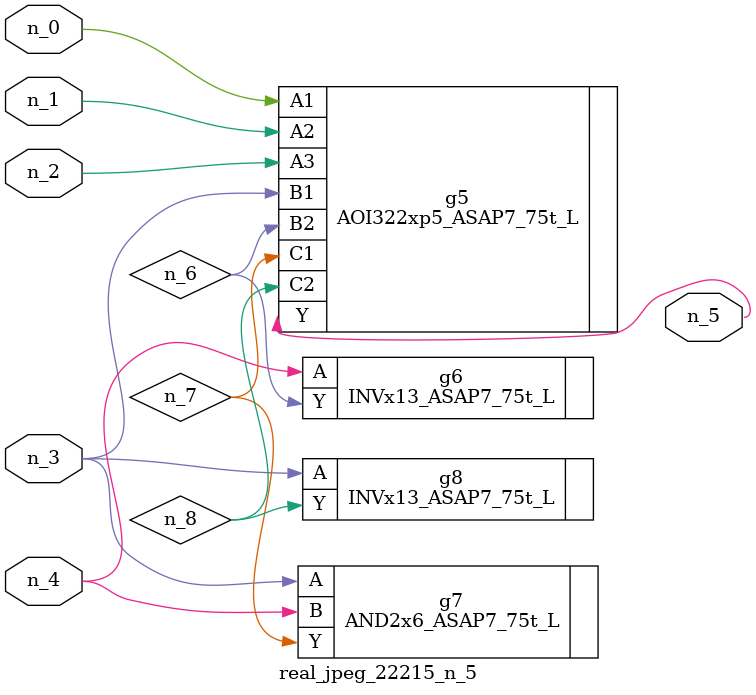
<source format=v>
module real_jpeg_22215_n_5 (n_4, n_0, n_1, n_2, n_3, n_5);

input n_4;
input n_0;
input n_1;
input n_2;
input n_3;

output n_5;

wire n_8;
wire n_6;
wire n_7;

AOI322xp5_ASAP7_75t_L g5 ( 
.A1(n_0),
.A2(n_1),
.A3(n_2),
.B1(n_3),
.B2(n_6),
.C1(n_7),
.C2(n_8),
.Y(n_5)
);

AND2x6_ASAP7_75t_L g7 ( 
.A(n_3),
.B(n_4),
.Y(n_7)
);

INVx13_ASAP7_75t_L g8 ( 
.A(n_3),
.Y(n_8)
);

INVx13_ASAP7_75t_L g6 ( 
.A(n_4),
.Y(n_6)
);


endmodule
</source>
